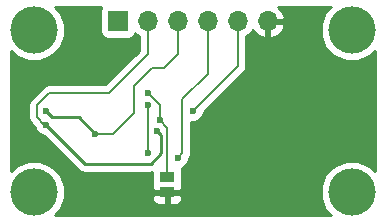
<source format=gbl>
G04 #@! TF.FileFunction,Copper,L2,Bot,Signal*
%FSLAX46Y46*%
G04 Gerber Fmt 4.6, Leading zero omitted, Abs format (unit mm)*
G04 Created by KiCad (PCBNEW 4.0.7) date 08/23/19 12:17:46*
%MOMM*%
%LPD*%
G01*
G04 APERTURE LIST*
%ADD10C,0.100000*%
%ADD11C,4.000000*%
%ADD12R,1.700000X1.700000*%
%ADD13O,1.700000X1.700000*%
%ADD14R,1.270000X0.970000*%
%ADD15C,0.600000*%
%ADD16C,0.200000*%
%ADD17C,0.250000*%
%ADD18C,0.254000*%
G04 APERTURE END LIST*
D10*
D11*
X162687000Y-109093000D03*
X135763000Y-109093000D03*
X135763000Y-95377000D03*
D12*
X142875000Y-94615000D03*
D13*
X145415000Y-94615000D03*
X147955000Y-94615000D03*
X150495000Y-94615000D03*
X153035000Y-94615000D03*
X155575000Y-94615000D03*
D14*
X147066000Y-107818000D03*
X147066000Y-109098000D03*
D11*
X162687000Y-95377000D03*
D15*
X155575000Y-103759000D03*
X149987000Y-106108500D03*
X151003000Y-104013000D03*
X150241000Y-109220000D03*
X155575000Y-101854000D03*
X155067000Y-105791000D03*
X146177000Y-103886000D03*
X136779000Y-103378000D03*
X140970000Y-104140000D03*
X136779000Y-102235000D03*
X147955000Y-106172000D03*
X149225000Y-102235000D03*
X145415000Y-100711000D03*
X146431000Y-102997000D03*
X145415000Y-105791000D03*
X145415000Y-101727000D03*
D16*
X136017000Y-101727000D02*
X137033000Y-100711000D01*
X136652000Y-103378000D02*
X136017000Y-102743000D01*
X136017000Y-102743000D02*
X136017000Y-101727000D01*
X136779000Y-103378000D02*
X136652000Y-103378000D01*
X145415000Y-97409000D02*
X145415000Y-94615000D01*
X142113000Y-100711000D02*
X145415000Y-97409000D01*
X137033000Y-100711000D02*
X142113000Y-100711000D01*
D17*
X146558000Y-104267000D02*
X146177000Y-103886000D01*
X146558000Y-105791000D02*
X146558000Y-104267000D01*
X145669000Y-106680000D02*
X146558000Y-105791000D01*
X140081000Y-106680000D02*
X145669000Y-106680000D01*
X136779000Y-103378000D02*
X140081000Y-106680000D01*
D16*
X140970000Y-104140000D02*
X142494000Y-104140000D01*
X147955000Y-97409000D02*
X147955000Y-94615000D01*
X146812000Y-98552000D02*
X147955000Y-97409000D01*
X145796000Y-98552000D02*
X146812000Y-98552000D01*
X144272000Y-100076000D02*
X145796000Y-98552000D01*
X144272000Y-102362000D02*
X144272000Y-100076000D01*
X142494000Y-104140000D02*
X144272000Y-102362000D01*
D17*
X139573000Y-102743000D02*
X140970000Y-104140000D01*
X137287000Y-102743000D02*
X139573000Y-102743000D01*
X136779000Y-102235000D02*
X137287000Y-102743000D01*
D16*
X148336000Y-103886000D02*
X148336000Y-105791000D01*
X148336000Y-103886000D02*
X148336000Y-101219000D01*
X148336000Y-101219000D02*
X150495000Y-99060000D01*
X150495000Y-94615000D02*
X150495000Y-99060000D01*
X148336000Y-105791000D02*
X147955000Y-106172000D01*
X153035000Y-98425000D02*
X153035000Y-94615000D01*
X149225000Y-102235000D02*
X153035000Y-98425000D01*
X146431000Y-102997000D02*
X147066000Y-103632000D01*
X147066000Y-103632000D02*
X147066000Y-107818000D01*
X146431000Y-101727000D02*
X145415000Y-100711000D01*
X146431000Y-101854000D02*
X146431000Y-101727000D01*
X146431000Y-102997000D02*
X146431000Y-101854000D01*
X145415000Y-101727000D02*
X145415000Y-105791000D01*
D18*
G36*
X141428569Y-93513110D02*
X141377560Y-93765000D01*
X141377560Y-95465000D01*
X141421838Y-95700317D01*
X141560910Y-95916441D01*
X141773110Y-96061431D01*
X142025000Y-96112440D01*
X143725000Y-96112440D01*
X143960317Y-96068162D01*
X144176441Y-95929090D01*
X144321431Y-95716890D01*
X144335086Y-95649459D01*
X144364946Y-95694147D01*
X144680000Y-95904659D01*
X144680000Y-97104553D01*
X141808554Y-99976000D01*
X137033000Y-99976000D01*
X136751728Y-100031949D01*
X136513277Y-100191277D01*
X135497277Y-101207277D01*
X135337949Y-101445728D01*
X135282000Y-101727000D01*
X135282000Y-102743000D01*
X135332524Y-102997000D01*
X135337949Y-103024272D01*
X135497277Y-103262723D01*
X135876311Y-103641757D01*
X135985883Y-103906943D01*
X136248673Y-104170192D01*
X136592201Y-104312838D01*
X136639077Y-104312879D01*
X139543599Y-107217401D01*
X139790160Y-107382148D01*
X140081000Y-107440000D01*
X145669000Y-107440000D01*
X145783560Y-107417212D01*
X145783560Y-108303000D01*
X145811213Y-108449963D01*
X145796000Y-108486690D01*
X145796000Y-108812250D01*
X145954750Y-108971000D01*
X146939000Y-108971000D01*
X146939000Y-108951000D01*
X147193000Y-108951000D01*
X147193000Y-108971000D01*
X148177250Y-108971000D01*
X148336000Y-108812250D01*
X148336000Y-108486690D01*
X148319371Y-108446545D01*
X148348440Y-108303000D01*
X148348440Y-107333000D01*
X148304162Y-107097683D01*
X148274536Y-107051642D01*
X148483943Y-106965117D01*
X148747192Y-106702327D01*
X148889838Y-106358799D01*
X148889924Y-106259538D01*
X149015051Y-106072272D01*
X149032046Y-105986833D01*
X149071000Y-105791000D01*
X149071000Y-103169867D01*
X149410167Y-103170162D01*
X149753943Y-103028117D01*
X150017192Y-102765327D01*
X150159838Y-102421799D01*
X150159910Y-102339536D01*
X153554724Y-98944723D01*
X153714051Y-98706272D01*
X153770000Y-98425000D01*
X153770000Y-95904659D01*
X154085054Y-95694147D01*
X154312702Y-95353447D01*
X154379817Y-95496358D01*
X154808076Y-95886645D01*
X155218110Y-96056476D01*
X155448000Y-95935155D01*
X155448000Y-94742000D01*
X155702000Y-94742000D01*
X155702000Y-95935155D01*
X155931890Y-96056476D01*
X156341924Y-95886645D01*
X156770183Y-95496358D01*
X157016486Y-94971892D01*
X156895819Y-94742000D01*
X155702000Y-94742000D01*
X155448000Y-94742000D01*
X155428000Y-94742000D01*
X155428000Y-94488000D01*
X155448000Y-94488000D01*
X155448000Y-94468000D01*
X155702000Y-94468000D01*
X155702000Y-94488000D01*
X156895819Y-94488000D01*
X157016486Y-94258108D01*
X156770183Y-93733642D01*
X156426026Y-93420000D01*
X160917709Y-93420000D01*
X160454458Y-93882443D01*
X160052458Y-94850567D01*
X160051543Y-95898834D01*
X160451853Y-96867658D01*
X161192443Y-97609542D01*
X162160567Y-98011542D01*
X163208834Y-98012457D01*
X164177658Y-97612147D01*
X164644000Y-97146618D01*
X164644000Y-107323709D01*
X164181557Y-106860458D01*
X163213433Y-106458458D01*
X162165166Y-106457543D01*
X161196342Y-106857853D01*
X160454458Y-107598443D01*
X160052458Y-108566567D01*
X160051543Y-109614834D01*
X160451853Y-110583658D01*
X160917382Y-111050000D01*
X137532291Y-111050000D01*
X137995542Y-110587557D01*
X138397542Y-109619433D01*
X138397747Y-109383750D01*
X145796000Y-109383750D01*
X145796000Y-109709310D01*
X145892673Y-109942699D01*
X146071302Y-110121327D01*
X146304691Y-110218000D01*
X146780250Y-110218000D01*
X146939000Y-110059250D01*
X146939000Y-109225000D01*
X147193000Y-109225000D01*
X147193000Y-110059250D01*
X147351750Y-110218000D01*
X147827309Y-110218000D01*
X148060698Y-110121327D01*
X148239327Y-109942699D01*
X148336000Y-109709310D01*
X148336000Y-109383750D01*
X148177250Y-109225000D01*
X147193000Y-109225000D01*
X146939000Y-109225000D01*
X145954750Y-109225000D01*
X145796000Y-109383750D01*
X138397747Y-109383750D01*
X138398457Y-108571166D01*
X137998147Y-107602342D01*
X137257557Y-106860458D01*
X136289433Y-106458458D01*
X135241166Y-106457543D01*
X134272342Y-106857853D01*
X133806000Y-107323382D01*
X133806000Y-97146291D01*
X134268443Y-97609542D01*
X135236567Y-98011542D01*
X136284834Y-98012457D01*
X137253658Y-97612147D01*
X137995542Y-96871557D01*
X138397542Y-95903433D01*
X138398457Y-94855166D01*
X137998147Y-93886342D01*
X137532618Y-93420000D01*
X141492188Y-93420000D01*
X141428569Y-93513110D01*
X141428569Y-93513110D01*
G37*
X141428569Y-93513110D02*
X141377560Y-93765000D01*
X141377560Y-95465000D01*
X141421838Y-95700317D01*
X141560910Y-95916441D01*
X141773110Y-96061431D01*
X142025000Y-96112440D01*
X143725000Y-96112440D01*
X143960317Y-96068162D01*
X144176441Y-95929090D01*
X144321431Y-95716890D01*
X144335086Y-95649459D01*
X144364946Y-95694147D01*
X144680000Y-95904659D01*
X144680000Y-97104553D01*
X141808554Y-99976000D01*
X137033000Y-99976000D01*
X136751728Y-100031949D01*
X136513277Y-100191277D01*
X135497277Y-101207277D01*
X135337949Y-101445728D01*
X135282000Y-101727000D01*
X135282000Y-102743000D01*
X135332524Y-102997000D01*
X135337949Y-103024272D01*
X135497277Y-103262723D01*
X135876311Y-103641757D01*
X135985883Y-103906943D01*
X136248673Y-104170192D01*
X136592201Y-104312838D01*
X136639077Y-104312879D01*
X139543599Y-107217401D01*
X139790160Y-107382148D01*
X140081000Y-107440000D01*
X145669000Y-107440000D01*
X145783560Y-107417212D01*
X145783560Y-108303000D01*
X145811213Y-108449963D01*
X145796000Y-108486690D01*
X145796000Y-108812250D01*
X145954750Y-108971000D01*
X146939000Y-108971000D01*
X146939000Y-108951000D01*
X147193000Y-108951000D01*
X147193000Y-108971000D01*
X148177250Y-108971000D01*
X148336000Y-108812250D01*
X148336000Y-108486690D01*
X148319371Y-108446545D01*
X148348440Y-108303000D01*
X148348440Y-107333000D01*
X148304162Y-107097683D01*
X148274536Y-107051642D01*
X148483943Y-106965117D01*
X148747192Y-106702327D01*
X148889838Y-106358799D01*
X148889924Y-106259538D01*
X149015051Y-106072272D01*
X149032046Y-105986833D01*
X149071000Y-105791000D01*
X149071000Y-103169867D01*
X149410167Y-103170162D01*
X149753943Y-103028117D01*
X150017192Y-102765327D01*
X150159838Y-102421799D01*
X150159910Y-102339536D01*
X153554724Y-98944723D01*
X153714051Y-98706272D01*
X153770000Y-98425000D01*
X153770000Y-95904659D01*
X154085054Y-95694147D01*
X154312702Y-95353447D01*
X154379817Y-95496358D01*
X154808076Y-95886645D01*
X155218110Y-96056476D01*
X155448000Y-95935155D01*
X155448000Y-94742000D01*
X155702000Y-94742000D01*
X155702000Y-95935155D01*
X155931890Y-96056476D01*
X156341924Y-95886645D01*
X156770183Y-95496358D01*
X157016486Y-94971892D01*
X156895819Y-94742000D01*
X155702000Y-94742000D01*
X155448000Y-94742000D01*
X155428000Y-94742000D01*
X155428000Y-94488000D01*
X155448000Y-94488000D01*
X155448000Y-94468000D01*
X155702000Y-94468000D01*
X155702000Y-94488000D01*
X156895819Y-94488000D01*
X157016486Y-94258108D01*
X156770183Y-93733642D01*
X156426026Y-93420000D01*
X160917709Y-93420000D01*
X160454458Y-93882443D01*
X160052458Y-94850567D01*
X160051543Y-95898834D01*
X160451853Y-96867658D01*
X161192443Y-97609542D01*
X162160567Y-98011542D01*
X163208834Y-98012457D01*
X164177658Y-97612147D01*
X164644000Y-97146618D01*
X164644000Y-107323709D01*
X164181557Y-106860458D01*
X163213433Y-106458458D01*
X162165166Y-106457543D01*
X161196342Y-106857853D01*
X160454458Y-107598443D01*
X160052458Y-108566567D01*
X160051543Y-109614834D01*
X160451853Y-110583658D01*
X160917382Y-111050000D01*
X137532291Y-111050000D01*
X137995542Y-110587557D01*
X138397542Y-109619433D01*
X138397747Y-109383750D01*
X145796000Y-109383750D01*
X145796000Y-109709310D01*
X145892673Y-109942699D01*
X146071302Y-110121327D01*
X146304691Y-110218000D01*
X146780250Y-110218000D01*
X146939000Y-110059250D01*
X146939000Y-109225000D01*
X147193000Y-109225000D01*
X147193000Y-110059250D01*
X147351750Y-110218000D01*
X147827309Y-110218000D01*
X148060698Y-110121327D01*
X148239327Y-109942699D01*
X148336000Y-109709310D01*
X148336000Y-109383750D01*
X148177250Y-109225000D01*
X147193000Y-109225000D01*
X146939000Y-109225000D01*
X145954750Y-109225000D01*
X145796000Y-109383750D01*
X138397747Y-109383750D01*
X138398457Y-108571166D01*
X137998147Y-107602342D01*
X137257557Y-106860458D01*
X136289433Y-106458458D01*
X135241166Y-106457543D01*
X134272342Y-106857853D01*
X133806000Y-107323382D01*
X133806000Y-97146291D01*
X134268443Y-97609542D01*
X135236567Y-98011542D01*
X136284834Y-98012457D01*
X137253658Y-97612147D01*
X137995542Y-96871557D01*
X138397542Y-95903433D01*
X138398457Y-94855166D01*
X137998147Y-93886342D01*
X137532618Y-93420000D01*
X141492188Y-93420000D01*
X141428569Y-93513110D01*
M02*

</source>
